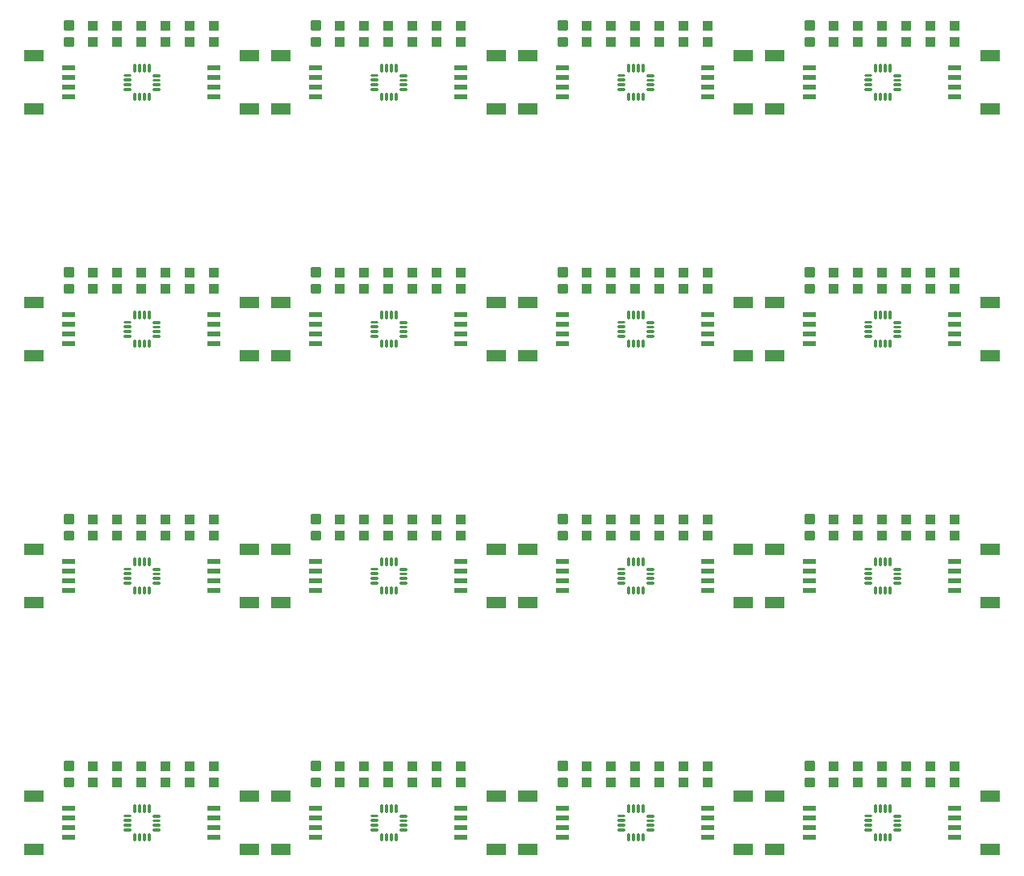
<source format=gtp>
G04 EAGLE Gerber RS-274X export*
G75*
%MOMM*%
%FSLAX34Y34*%
%LPD*%
%INSolderpaste Top*%
%IPPOS*%
%AMOC8*
5,1,8,0,0,1.08239X$1,22.5*%
G01*
%ADD10R,1.000000X1.100000*%
%ADD11C,0.300000*%
%ADD12R,2.000000X1.200000*%
%ADD13R,1.350000X0.600000*%
%ADD14C,0.225000*%


D10*
X177800Y169300D03*
X177800Y186300D03*
X127000Y169300D03*
X127000Y186300D03*
D11*
X54300Y183070D02*
X47300Y183070D01*
X47300Y190070D01*
X54300Y190070D01*
X54300Y183070D01*
X54300Y185920D02*
X47300Y185920D01*
X47300Y188770D02*
X54300Y188770D01*
X54300Y165530D02*
X47300Y165530D01*
X47300Y172530D01*
X54300Y172530D01*
X54300Y165530D01*
X54300Y168380D02*
X47300Y168380D01*
X47300Y171230D02*
X54300Y171230D01*
D12*
X239950Y99000D03*
X239950Y155000D03*
D13*
X203200Y112000D03*
X203200Y122000D03*
X203200Y132000D03*
X203200Y142000D03*
D12*
X14050Y155000D03*
X14050Y99000D03*
D13*
X50800Y142000D03*
X50800Y132000D03*
X50800Y122000D03*
X50800Y112000D03*
D10*
X76200Y169300D03*
X76200Y186300D03*
D14*
X119085Y115145D02*
X119085Y108895D01*
X119085Y115145D02*
X119835Y115145D01*
X119835Y108895D01*
X119085Y108895D01*
X119085Y111032D02*
X119835Y111032D01*
X119835Y113169D02*
X119085Y113169D01*
X124085Y115145D02*
X124085Y108895D01*
X124085Y115145D02*
X124835Y115145D01*
X124835Y108895D01*
X124085Y108895D01*
X124085Y111032D02*
X124835Y111032D01*
X124835Y113169D02*
X124085Y113169D01*
X129085Y115145D02*
X129085Y108895D01*
X129085Y115145D02*
X129835Y115145D01*
X129835Y108895D01*
X129085Y108895D01*
X129085Y111032D02*
X129835Y111032D01*
X129835Y113169D02*
X129085Y113169D01*
X134085Y115145D02*
X134085Y108895D01*
X134085Y115145D02*
X134835Y115145D01*
X134835Y108895D01*
X134085Y108895D01*
X134085Y111032D02*
X134835Y111032D01*
X134835Y113169D02*
X134085Y113169D01*
X138955Y119915D02*
X145205Y119915D01*
X145205Y119165D01*
X138955Y119165D01*
X138955Y119915D01*
X138955Y124915D02*
X145205Y124915D01*
X145205Y124165D01*
X138955Y124165D01*
X138955Y124915D01*
X138955Y129915D02*
X145205Y129915D01*
X145205Y129165D01*
X138955Y129165D01*
X138955Y129915D01*
X138955Y134915D02*
X145205Y134915D01*
X145205Y134165D01*
X138955Y134165D01*
X138955Y134915D01*
X134835Y138935D02*
X134835Y145185D01*
X134835Y138935D02*
X134085Y138935D01*
X134085Y145185D01*
X134835Y145185D01*
X134835Y141072D02*
X134085Y141072D01*
X134085Y143209D02*
X134835Y143209D01*
X129835Y145185D02*
X129835Y138935D01*
X129085Y138935D01*
X129085Y145185D01*
X129835Y145185D01*
X129835Y141072D02*
X129085Y141072D01*
X129085Y143209D02*
X129835Y143209D01*
X124835Y145185D02*
X124835Y138935D01*
X124085Y138935D01*
X124085Y145185D01*
X124835Y145185D01*
X124835Y141072D02*
X124085Y141072D01*
X124085Y143209D02*
X124835Y143209D01*
X119835Y145185D02*
X119835Y138935D01*
X119085Y138935D01*
X119085Y145185D01*
X119835Y145185D01*
X119835Y141072D02*
X119085Y141072D01*
X119085Y143209D02*
X119835Y143209D01*
X115165Y134265D02*
X108915Y134265D01*
X108915Y135015D01*
X115165Y135015D01*
X115165Y134265D01*
X115165Y129265D02*
X108915Y129265D01*
X108915Y130015D01*
X115165Y130015D01*
X115165Y129265D01*
X115165Y124265D02*
X108915Y124265D01*
X108915Y125015D01*
X115165Y125015D01*
X115165Y124265D01*
X115165Y119265D02*
X108915Y119265D01*
X108915Y120015D01*
X115165Y120015D01*
X115165Y119265D01*
D10*
X101600Y186300D03*
X101600Y169300D03*
X152400Y186300D03*
X152400Y169300D03*
X203200Y186300D03*
X203200Y169300D03*
X436880Y169300D03*
X436880Y186300D03*
X386080Y169300D03*
X386080Y186300D03*
D11*
X313380Y183070D02*
X306380Y183070D01*
X306380Y190070D01*
X313380Y190070D01*
X313380Y183070D01*
X313380Y185920D02*
X306380Y185920D01*
X306380Y188770D02*
X313380Y188770D01*
X313380Y165530D02*
X306380Y165530D01*
X306380Y172530D01*
X313380Y172530D01*
X313380Y165530D01*
X313380Y168380D02*
X306380Y168380D01*
X306380Y171230D02*
X313380Y171230D01*
D12*
X499030Y99000D03*
X499030Y155000D03*
D13*
X462280Y112000D03*
X462280Y122000D03*
X462280Y132000D03*
X462280Y142000D03*
D12*
X273130Y155000D03*
X273130Y99000D03*
D13*
X309880Y142000D03*
X309880Y132000D03*
X309880Y122000D03*
X309880Y112000D03*
D10*
X335280Y169300D03*
X335280Y186300D03*
D14*
X378165Y115145D02*
X378165Y108895D01*
X378165Y115145D02*
X378915Y115145D01*
X378915Y108895D01*
X378165Y108895D01*
X378165Y111032D02*
X378915Y111032D01*
X378915Y113169D02*
X378165Y113169D01*
X383165Y115145D02*
X383165Y108895D01*
X383165Y115145D02*
X383915Y115145D01*
X383915Y108895D01*
X383165Y108895D01*
X383165Y111032D02*
X383915Y111032D01*
X383915Y113169D02*
X383165Y113169D01*
X388165Y115145D02*
X388165Y108895D01*
X388165Y115145D02*
X388915Y115145D01*
X388915Y108895D01*
X388165Y108895D01*
X388165Y111032D02*
X388915Y111032D01*
X388915Y113169D02*
X388165Y113169D01*
X393165Y115145D02*
X393165Y108895D01*
X393165Y115145D02*
X393915Y115145D01*
X393915Y108895D01*
X393165Y108895D01*
X393165Y111032D02*
X393915Y111032D01*
X393915Y113169D02*
X393165Y113169D01*
X398035Y119915D02*
X404285Y119915D01*
X404285Y119165D01*
X398035Y119165D01*
X398035Y119915D01*
X398035Y124915D02*
X404285Y124915D01*
X404285Y124165D01*
X398035Y124165D01*
X398035Y124915D01*
X398035Y129915D02*
X404285Y129915D01*
X404285Y129165D01*
X398035Y129165D01*
X398035Y129915D01*
X398035Y134915D02*
X404285Y134915D01*
X404285Y134165D01*
X398035Y134165D01*
X398035Y134915D01*
X393915Y138935D02*
X393915Y145185D01*
X393915Y138935D02*
X393165Y138935D01*
X393165Y145185D01*
X393915Y145185D01*
X393915Y141072D02*
X393165Y141072D01*
X393165Y143209D02*
X393915Y143209D01*
X388915Y145185D02*
X388915Y138935D01*
X388165Y138935D01*
X388165Y145185D01*
X388915Y145185D01*
X388915Y141072D02*
X388165Y141072D01*
X388165Y143209D02*
X388915Y143209D01*
X383915Y145185D02*
X383915Y138935D01*
X383165Y138935D01*
X383165Y145185D01*
X383915Y145185D01*
X383915Y141072D02*
X383165Y141072D01*
X383165Y143209D02*
X383915Y143209D01*
X378915Y145185D02*
X378915Y138935D01*
X378165Y138935D01*
X378165Y145185D01*
X378915Y145185D01*
X378915Y141072D02*
X378165Y141072D01*
X378165Y143209D02*
X378915Y143209D01*
X374245Y134265D02*
X367995Y134265D01*
X367995Y135015D01*
X374245Y135015D01*
X374245Y134265D01*
X374245Y129265D02*
X367995Y129265D01*
X367995Y130015D01*
X374245Y130015D01*
X374245Y129265D01*
X374245Y124265D02*
X367995Y124265D01*
X367995Y125015D01*
X374245Y125015D01*
X374245Y124265D01*
X374245Y119265D02*
X367995Y119265D01*
X367995Y120015D01*
X374245Y120015D01*
X374245Y119265D01*
D10*
X360680Y186300D03*
X360680Y169300D03*
X411480Y186300D03*
X411480Y169300D03*
X462280Y186300D03*
X462280Y169300D03*
X695960Y169300D03*
X695960Y186300D03*
X645160Y169300D03*
X645160Y186300D03*
D11*
X572460Y183070D02*
X565460Y183070D01*
X565460Y190070D01*
X572460Y190070D01*
X572460Y183070D01*
X572460Y185920D02*
X565460Y185920D01*
X565460Y188770D02*
X572460Y188770D01*
X572460Y165530D02*
X565460Y165530D01*
X565460Y172530D01*
X572460Y172530D01*
X572460Y165530D01*
X572460Y168380D02*
X565460Y168380D01*
X565460Y171230D02*
X572460Y171230D01*
D12*
X758110Y99000D03*
X758110Y155000D03*
D13*
X721360Y112000D03*
X721360Y122000D03*
X721360Y132000D03*
X721360Y142000D03*
D12*
X532210Y155000D03*
X532210Y99000D03*
D13*
X568960Y142000D03*
X568960Y132000D03*
X568960Y122000D03*
X568960Y112000D03*
D10*
X594360Y169300D03*
X594360Y186300D03*
D14*
X637245Y115145D02*
X637245Y108895D01*
X637245Y115145D02*
X637995Y115145D01*
X637995Y108895D01*
X637245Y108895D01*
X637245Y111032D02*
X637995Y111032D01*
X637995Y113169D02*
X637245Y113169D01*
X642245Y115145D02*
X642245Y108895D01*
X642245Y115145D02*
X642995Y115145D01*
X642995Y108895D01*
X642245Y108895D01*
X642245Y111032D02*
X642995Y111032D01*
X642995Y113169D02*
X642245Y113169D01*
X647245Y115145D02*
X647245Y108895D01*
X647245Y115145D02*
X647995Y115145D01*
X647995Y108895D01*
X647245Y108895D01*
X647245Y111032D02*
X647995Y111032D01*
X647995Y113169D02*
X647245Y113169D01*
X652245Y115145D02*
X652245Y108895D01*
X652245Y115145D02*
X652995Y115145D01*
X652995Y108895D01*
X652245Y108895D01*
X652245Y111032D02*
X652995Y111032D01*
X652995Y113169D02*
X652245Y113169D01*
X657115Y119915D02*
X663365Y119915D01*
X663365Y119165D01*
X657115Y119165D01*
X657115Y119915D01*
X657115Y124915D02*
X663365Y124915D01*
X663365Y124165D01*
X657115Y124165D01*
X657115Y124915D01*
X657115Y129915D02*
X663365Y129915D01*
X663365Y129165D01*
X657115Y129165D01*
X657115Y129915D01*
X657115Y134915D02*
X663365Y134915D01*
X663365Y134165D01*
X657115Y134165D01*
X657115Y134915D01*
X652995Y138935D02*
X652995Y145185D01*
X652995Y138935D02*
X652245Y138935D01*
X652245Y145185D01*
X652995Y145185D01*
X652995Y141072D02*
X652245Y141072D01*
X652245Y143209D02*
X652995Y143209D01*
X647995Y145185D02*
X647995Y138935D01*
X647245Y138935D01*
X647245Y145185D01*
X647995Y145185D01*
X647995Y141072D02*
X647245Y141072D01*
X647245Y143209D02*
X647995Y143209D01*
X642995Y145185D02*
X642995Y138935D01*
X642245Y138935D01*
X642245Y145185D01*
X642995Y145185D01*
X642995Y141072D02*
X642245Y141072D01*
X642245Y143209D02*
X642995Y143209D01*
X637995Y145185D02*
X637995Y138935D01*
X637245Y138935D01*
X637245Y145185D01*
X637995Y145185D01*
X637995Y141072D02*
X637245Y141072D01*
X637245Y143209D02*
X637995Y143209D01*
X633325Y134265D02*
X627075Y134265D01*
X627075Y135015D01*
X633325Y135015D01*
X633325Y134265D01*
X633325Y129265D02*
X627075Y129265D01*
X627075Y130015D01*
X633325Y130015D01*
X633325Y129265D01*
X633325Y124265D02*
X627075Y124265D01*
X627075Y125015D01*
X633325Y125015D01*
X633325Y124265D01*
X633325Y119265D02*
X627075Y119265D01*
X627075Y120015D01*
X633325Y120015D01*
X633325Y119265D01*
D10*
X619760Y186300D03*
X619760Y169300D03*
X670560Y186300D03*
X670560Y169300D03*
X721360Y186300D03*
X721360Y169300D03*
X955040Y169300D03*
X955040Y186300D03*
X904240Y169300D03*
X904240Y186300D03*
D11*
X831540Y183070D02*
X824540Y183070D01*
X824540Y190070D01*
X831540Y190070D01*
X831540Y183070D01*
X831540Y185920D02*
X824540Y185920D01*
X824540Y188770D02*
X831540Y188770D01*
X831540Y165530D02*
X824540Y165530D01*
X824540Y172530D01*
X831540Y172530D01*
X831540Y165530D01*
X831540Y168380D02*
X824540Y168380D01*
X824540Y171230D02*
X831540Y171230D01*
D12*
X1017190Y99000D03*
X1017190Y155000D03*
D13*
X980440Y112000D03*
X980440Y122000D03*
X980440Y132000D03*
X980440Y142000D03*
D12*
X791290Y155000D03*
X791290Y99000D03*
D13*
X828040Y142000D03*
X828040Y132000D03*
X828040Y122000D03*
X828040Y112000D03*
D10*
X853440Y169300D03*
X853440Y186300D03*
D14*
X896325Y115145D02*
X896325Y108895D01*
X896325Y115145D02*
X897075Y115145D01*
X897075Y108895D01*
X896325Y108895D01*
X896325Y111032D02*
X897075Y111032D01*
X897075Y113169D02*
X896325Y113169D01*
X901325Y115145D02*
X901325Y108895D01*
X901325Y115145D02*
X902075Y115145D01*
X902075Y108895D01*
X901325Y108895D01*
X901325Y111032D02*
X902075Y111032D01*
X902075Y113169D02*
X901325Y113169D01*
X906325Y115145D02*
X906325Y108895D01*
X906325Y115145D02*
X907075Y115145D01*
X907075Y108895D01*
X906325Y108895D01*
X906325Y111032D02*
X907075Y111032D01*
X907075Y113169D02*
X906325Y113169D01*
X911325Y115145D02*
X911325Y108895D01*
X911325Y115145D02*
X912075Y115145D01*
X912075Y108895D01*
X911325Y108895D01*
X911325Y111032D02*
X912075Y111032D01*
X912075Y113169D02*
X911325Y113169D01*
X916195Y119915D02*
X922445Y119915D01*
X922445Y119165D01*
X916195Y119165D01*
X916195Y119915D01*
X916195Y124915D02*
X922445Y124915D01*
X922445Y124165D01*
X916195Y124165D01*
X916195Y124915D01*
X916195Y129915D02*
X922445Y129915D01*
X922445Y129165D01*
X916195Y129165D01*
X916195Y129915D01*
X916195Y134915D02*
X922445Y134915D01*
X922445Y134165D01*
X916195Y134165D01*
X916195Y134915D01*
X912075Y138935D02*
X912075Y145185D01*
X912075Y138935D02*
X911325Y138935D01*
X911325Y145185D01*
X912075Y145185D01*
X912075Y141072D02*
X911325Y141072D01*
X911325Y143209D02*
X912075Y143209D01*
X907075Y145185D02*
X907075Y138935D01*
X906325Y138935D01*
X906325Y145185D01*
X907075Y145185D01*
X907075Y141072D02*
X906325Y141072D01*
X906325Y143209D02*
X907075Y143209D01*
X902075Y145185D02*
X902075Y138935D01*
X901325Y138935D01*
X901325Y145185D01*
X902075Y145185D01*
X902075Y141072D02*
X901325Y141072D01*
X901325Y143209D02*
X902075Y143209D01*
X897075Y145185D02*
X897075Y138935D01*
X896325Y138935D01*
X896325Y145185D01*
X897075Y145185D01*
X897075Y141072D02*
X896325Y141072D01*
X896325Y143209D02*
X897075Y143209D01*
X892405Y134265D02*
X886155Y134265D01*
X886155Y135015D01*
X892405Y135015D01*
X892405Y134265D01*
X892405Y129265D02*
X886155Y129265D01*
X886155Y130015D01*
X892405Y130015D01*
X892405Y129265D01*
X892405Y124265D02*
X886155Y124265D01*
X886155Y125015D01*
X892405Y125015D01*
X892405Y124265D01*
X892405Y119265D02*
X886155Y119265D01*
X886155Y120015D01*
X892405Y120015D01*
X892405Y119265D01*
D10*
X878840Y186300D03*
X878840Y169300D03*
X929640Y186300D03*
X929640Y169300D03*
X980440Y186300D03*
X980440Y169300D03*
X177800Y428380D03*
X177800Y445380D03*
X127000Y428380D03*
X127000Y445380D03*
D11*
X54300Y442150D02*
X47300Y442150D01*
X47300Y449150D01*
X54300Y449150D01*
X54300Y442150D01*
X54300Y445000D02*
X47300Y445000D01*
X47300Y447850D02*
X54300Y447850D01*
X54300Y424610D02*
X47300Y424610D01*
X47300Y431610D01*
X54300Y431610D01*
X54300Y424610D01*
X54300Y427460D02*
X47300Y427460D01*
X47300Y430310D02*
X54300Y430310D01*
D12*
X239950Y358080D03*
X239950Y414080D03*
D13*
X203200Y371080D03*
X203200Y381080D03*
X203200Y391080D03*
X203200Y401080D03*
D12*
X14050Y414080D03*
X14050Y358080D03*
D13*
X50800Y401080D03*
X50800Y391080D03*
X50800Y381080D03*
X50800Y371080D03*
D10*
X76200Y428380D03*
X76200Y445380D03*
D14*
X119085Y374225D02*
X119085Y367975D01*
X119085Y374225D02*
X119835Y374225D01*
X119835Y367975D01*
X119085Y367975D01*
X119085Y370112D02*
X119835Y370112D01*
X119835Y372249D02*
X119085Y372249D01*
X124085Y374225D02*
X124085Y367975D01*
X124085Y374225D02*
X124835Y374225D01*
X124835Y367975D01*
X124085Y367975D01*
X124085Y370112D02*
X124835Y370112D01*
X124835Y372249D02*
X124085Y372249D01*
X129085Y374225D02*
X129085Y367975D01*
X129085Y374225D02*
X129835Y374225D01*
X129835Y367975D01*
X129085Y367975D01*
X129085Y370112D02*
X129835Y370112D01*
X129835Y372249D02*
X129085Y372249D01*
X134085Y374225D02*
X134085Y367975D01*
X134085Y374225D02*
X134835Y374225D01*
X134835Y367975D01*
X134085Y367975D01*
X134085Y370112D02*
X134835Y370112D01*
X134835Y372249D02*
X134085Y372249D01*
X138955Y378995D02*
X145205Y378995D01*
X145205Y378245D01*
X138955Y378245D01*
X138955Y378995D01*
X138955Y383995D02*
X145205Y383995D01*
X145205Y383245D01*
X138955Y383245D01*
X138955Y383995D01*
X138955Y388995D02*
X145205Y388995D01*
X145205Y388245D01*
X138955Y388245D01*
X138955Y388995D01*
X138955Y393995D02*
X145205Y393995D01*
X145205Y393245D01*
X138955Y393245D01*
X138955Y393995D01*
X134835Y398015D02*
X134835Y404265D01*
X134835Y398015D02*
X134085Y398015D01*
X134085Y404265D01*
X134835Y404265D01*
X134835Y400152D02*
X134085Y400152D01*
X134085Y402289D02*
X134835Y402289D01*
X129835Y404265D02*
X129835Y398015D01*
X129085Y398015D01*
X129085Y404265D01*
X129835Y404265D01*
X129835Y400152D02*
X129085Y400152D01*
X129085Y402289D02*
X129835Y402289D01*
X124835Y404265D02*
X124835Y398015D01*
X124085Y398015D01*
X124085Y404265D01*
X124835Y404265D01*
X124835Y400152D02*
X124085Y400152D01*
X124085Y402289D02*
X124835Y402289D01*
X119835Y404265D02*
X119835Y398015D01*
X119085Y398015D01*
X119085Y404265D01*
X119835Y404265D01*
X119835Y400152D02*
X119085Y400152D01*
X119085Y402289D02*
X119835Y402289D01*
X115165Y393345D02*
X108915Y393345D01*
X108915Y394095D01*
X115165Y394095D01*
X115165Y393345D01*
X115165Y388345D02*
X108915Y388345D01*
X108915Y389095D01*
X115165Y389095D01*
X115165Y388345D01*
X115165Y383345D02*
X108915Y383345D01*
X108915Y384095D01*
X115165Y384095D01*
X115165Y383345D01*
X115165Y378345D02*
X108915Y378345D01*
X108915Y379095D01*
X115165Y379095D01*
X115165Y378345D01*
D10*
X101600Y445380D03*
X101600Y428380D03*
X152400Y445380D03*
X152400Y428380D03*
X203200Y445380D03*
X203200Y428380D03*
X436880Y428380D03*
X436880Y445380D03*
X386080Y428380D03*
X386080Y445380D03*
D11*
X313380Y442150D02*
X306380Y442150D01*
X306380Y449150D01*
X313380Y449150D01*
X313380Y442150D01*
X313380Y445000D02*
X306380Y445000D01*
X306380Y447850D02*
X313380Y447850D01*
X313380Y424610D02*
X306380Y424610D01*
X306380Y431610D01*
X313380Y431610D01*
X313380Y424610D01*
X313380Y427460D02*
X306380Y427460D01*
X306380Y430310D02*
X313380Y430310D01*
D12*
X499030Y358080D03*
X499030Y414080D03*
D13*
X462280Y371080D03*
X462280Y381080D03*
X462280Y391080D03*
X462280Y401080D03*
D12*
X273130Y414080D03*
X273130Y358080D03*
D13*
X309880Y401080D03*
X309880Y391080D03*
X309880Y381080D03*
X309880Y371080D03*
D10*
X335280Y428380D03*
X335280Y445380D03*
D14*
X378165Y374225D02*
X378165Y367975D01*
X378165Y374225D02*
X378915Y374225D01*
X378915Y367975D01*
X378165Y367975D01*
X378165Y370112D02*
X378915Y370112D01*
X378915Y372249D02*
X378165Y372249D01*
X383165Y374225D02*
X383165Y367975D01*
X383165Y374225D02*
X383915Y374225D01*
X383915Y367975D01*
X383165Y367975D01*
X383165Y370112D02*
X383915Y370112D01*
X383915Y372249D02*
X383165Y372249D01*
X388165Y374225D02*
X388165Y367975D01*
X388165Y374225D02*
X388915Y374225D01*
X388915Y367975D01*
X388165Y367975D01*
X388165Y370112D02*
X388915Y370112D01*
X388915Y372249D02*
X388165Y372249D01*
X393165Y374225D02*
X393165Y367975D01*
X393165Y374225D02*
X393915Y374225D01*
X393915Y367975D01*
X393165Y367975D01*
X393165Y370112D02*
X393915Y370112D01*
X393915Y372249D02*
X393165Y372249D01*
X398035Y378995D02*
X404285Y378995D01*
X404285Y378245D01*
X398035Y378245D01*
X398035Y378995D01*
X398035Y383995D02*
X404285Y383995D01*
X404285Y383245D01*
X398035Y383245D01*
X398035Y383995D01*
X398035Y388995D02*
X404285Y388995D01*
X404285Y388245D01*
X398035Y388245D01*
X398035Y388995D01*
X398035Y393995D02*
X404285Y393995D01*
X404285Y393245D01*
X398035Y393245D01*
X398035Y393995D01*
X393915Y398015D02*
X393915Y404265D01*
X393915Y398015D02*
X393165Y398015D01*
X393165Y404265D01*
X393915Y404265D01*
X393915Y400152D02*
X393165Y400152D01*
X393165Y402289D02*
X393915Y402289D01*
X388915Y404265D02*
X388915Y398015D01*
X388165Y398015D01*
X388165Y404265D01*
X388915Y404265D01*
X388915Y400152D02*
X388165Y400152D01*
X388165Y402289D02*
X388915Y402289D01*
X383915Y404265D02*
X383915Y398015D01*
X383165Y398015D01*
X383165Y404265D01*
X383915Y404265D01*
X383915Y400152D02*
X383165Y400152D01*
X383165Y402289D02*
X383915Y402289D01*
X378915Y404265D02*
X378915Y398015D01*
X378165Y398015D01*
X378165Y404265D01*
X378915Y404265D01*
X378915Y400152D02*
X378165Y400152D01*
X378165Y402289D02*
X378915Y402289D01*
X374245Y393345D02*
X367995Y393345D01*
X367995Y394095D01*
X374245Y394095D01*
X374245Y393345D01*
X374245Y388345D02*
X367995Y388345D01*
X367995Y389095D01*
X374245Y389095D01*
X374245Y388345D01*
X374245Y383345D02*
X367995Y383345D01*
X367995Y384095D01*
X374245Y384095D01*
X374245Y383345D01*
X374245Y378345D02*
X367995Y378345D01*
X367995Y379095D01*
X374245Y379095D01*
X374245Y378345D01*
D10*
X360680Y445380D03*
X360680Y428380D03*
X411480Y445380D03*
X411480Y428380D03*
X462280Y445380D03*
X462280Y428380D03*
X695960Y428380D03*
X695960Y445380D03*
X645160Y428380D03*
X645160Y445380D03*
D11*
X572460Y442150D02*
X565460Y442150D01*
X565460Y449150D01*
X572460Y449150D01*
X572460Y442150D01*
X572460Y445000D02*
X565460Y445000D01*
X565460Y447850D02*
X572460Y447850D01*
X572460Y424610D02*
X565460Y424610D01*
X565460Y431610D01*
X572460Y431610D01*
X572460Y424610D01*
X572460Y427460D02*
X565460Y427460D01*
X565460Y430310D02*
X572460Y430310D01*
D12*
X758110Y358080D03*
X758110Y414080D03*
D13*
X721360Y371080D03*
X721360Y381080D03*
X721360Y391080D03*
X721360Y401080D03*
D12*
X532210Y414080D03*
X532210Y358080D03*
D13*
X568960Y401080D03*
X568960Y391080D03*
X568960Y381080D03*
X568960Y371080D03*
D10*
X594360Y428380D03*
X594360Y445380D03*
D14*
X637245Y374225D02*
X637245Y367975D01*
X637245Y374225D02*
X637995Y374225D01*
X637995Y367975D01*
X637245Y367975D01*
X637245Y370112D02*
X637995Y370112D01*
X637995Y372249D02*
X637245Y372249D01*
X642245Y374225D02*
X642245Y367975D01*
X642245Y374225D02*
X642995Y374225D01*
X642995Y367975D01*
X642245Y367975D01*
X642245Y370112D02*
X642995Y370112D01*
X642995Y372249D02*
X642245Y372249D01*
X647245Y374225D02*
X647245Y367975D01*
X647245Y374225D02*
X647995Y374225D01*
X647995Y367975D01*
X647245Y367975D01*
X647245Y370112D02*
X647995Y370112D01*
X647995Y372249D02*
X647245Y372249D01*
X652245Y374225D02*
X652245Y367975D01*
X652245Y374225D02*
X652995Y374225D01*
X652995Y367975D01*
X652245Y367975D01*
X652245Y370112D02*
X652995Y370112D01*
X652995Y372249D02*
X652245Y372249D01*
X657115Y378995D02*
X663365Y378995D01*
X663365Y378245D01*
X657115Y378245D01*
X657115Y378995D01*
X657115Y383995D02*
X663365Y383995D01*
X663365Y383245D01*
X657115Y383245D01*
X657115Y383995D01*
X657115Y388995D02*
X663365Y388995D01*
X663365Y388245D01*
X657115Y388245D01*
X657115Y388995D01*
X657115Y393995D02*
X663365Y393995D01*
X663365Y393245D01*
X657115Y393245D01*
X657115Y393995D01*
X652995Y398015D02*
X652995Y404265D01*
X652995Y398015D02*
X652245Y398015D01*
X652245Y404265D01*
X652995Y404265D01*
X652995Y400152D02*
X652245Y400152D01*
X652245Y402289D02*
X652995Y402289D01*
X647995Y404265D02*
X647995Y398015D01*
X647245Y398015D01*
X647245Y404265D01*
X647995Y404265D01*
X647995Y400152D02*
X647245Y400152D01*
X647245Y402289D02*
X647995Y402289D01*
X642995Y404265D02*
X642995Y398015D01*
X642245Y398015D01*
X642245Y404265D01*
X642995Y404265D01*
X642995Y400152D02*
X642245Y400152D01*
X642245Y402289D02*
X642995Y402289D01*
X637995Y404265D02*
X637995Y398015D01*
X637245Y398015D01*
X637245Y404265D01*
X637995Y404265D01*
X637995Y400152D02*
X637245Y400152D01*
X637245Y402289D02*
X637995Y402289D01*
X633325Y393345D02*
X627075Y393345D01*
X627075Y394095D01*
X633325Y394095D01*
X633325Y393345D01*
X633325Y388345D02*
X627075Y388345D01*
X627075Y389095D01*
X633325Y389095D01*
X633325Y388345D01*
X633325Y383345D02*
X627075Y383345D01*
X627075Y384095D01*
X633325Y384095D01*
X633325Y383345D01*
X633325Y378345D02*
X627075Y378345D01*
X627075Y379095D01*
X633325Y379095D01*
X633325Y378345D01*
D10*
X619760Y445380D03*
X619760Y428380D03*
X670560Y445380D03*
X670560Y428380D03*
X721360Y445380D03*
X721360Y428380D03*
X955040Y428380D03*
X955040Y445380D03*
X904240Y428380D03*
X904240Y445380D03*
D11*
X831540Y442150D02*
X824540Y442150D01*
X824540Y449150D01*
X831540Y449150D01*
X831540Y442150D01*
X831540Y445000D02*
X824540Y445000D01*
X824540Y447850D02*
X831540Y447850D01*
X831540Y424610D02*
X824540Y424610D01*
X824540Y431610D01*
X831540Y431610D01*
X831540Y424610D01*
X831540Y427460D02*
X824540Y427460D01*
X824540Y430310D02*
X831540Y430310D01*
D12*
X1017190Y358080D03*
X1017190Y414080D03*
D13*
X980440Y371080D03*
X980440Y381080D03*
X980440Y391080D03*
X980440Y401080D03*
D12*
X791290Y414080D03*
X791290Y358080D03*
D13*
X828040Y401080D03*
X828040Y391080D03*
X828040Y381080D03*
X828040Y371080D03*
D10*
X853440Y428380D03*
X853440Y445380D03*
D14*
X896325Y374225D02*
X896325Y367975D01*
X896325Y374225D02*
X897075Y374225D01*
X897075Y367975D01*
X896325Y367975D01*
X896325Y370112D02*
X897075Y370112D01*
X897075Y372249D02*
X896325Y372249D01*
X901325Y374225D02*
X901325Y367975D01*
X901325Y374225D02*
X902075Y374225D01*
X902075Y367975D01*
X901325Y367975D01*
X901325Y370112D02*
X902075Y370112D01*
X902075Y372249D02*
X901325Y372249D01*
X906325Y374225D02*
X906325Y367975D01*
X906325Y374225D02*
X907075Y374225D01*
X907075Y367975D01*
X906325Y367975D01*
X906325Y370112D02*
X907075Y370112D01*
X907075Y372249D02*
X906325Y372249D01*
X911325Y374225D02*
X911325Y367975D01*
X911325Y374225D02*
X912075Y374225D01*
X912075Y367975D01*
X911325Y367975D01*
X911325Y370112D02*
X912075Y370112D01*
X912075Y372249D02*
X911325Y372249D01*
X916195Y378995D02*
X922445Y378995D01*
X922445Y378245D01*
X916195Y378245D01*
X916195Y378995D01*
X916195Y383995D02*
X922445Y383995D01*
X922445Y383245D01*
X916195Y383245D01*
X916195Y383995D01*
X916195Y388995D02*
X922445Y388995D01*
X922445Y388245D01*
X916195Y388245D01*
X916195Y388995D01*
X916195Y393995D02*
X922445Y393995D01*
X922445Y393245D01*
X916195Y393245D01*
X916195Y393995D01*
X912075Y398015D02*
X912075Y404265D01*
X912075Y398015D02*
X911325Y398015D01*
X911325Y404265D01*
X912075Y404265D01*
X912075Y400152D02*
X911325Y400152D01*
X911325Y402289D02*
X912075Y402289D01*
X907075Y404265D02*
X907075Y398015D01*
X906325Y398015D01*
X906325Y404265D01*
X907075Y404265D01*
X907075Y400152D02*
X906325Y400152D01*
X906325Y402289D02*
X907075Y402289D01*
X902075Y404265D02*
X902075Y398015D01*
X901325Y398015D01*
X901325Y404265D01*
X902075Y404265D01*
X902075Y400152D02*
X901325Y400152D01*
X901325Y402289D02*
X902075Y402289D01*
X897075Y404265D02*
X897075Y398015D01*
X896325Y398015D01*
X896325Y404265D01*
X897075Y404265D01*
X897075Y400152D02*
X896325Y400152D01*
X896325Y402289D02*
X897075Y402289D01*
X892405Y393345D02*
X886155Y393345D01*
X886155Y394095D01*
X892405Y394095D01*
X892405Y393345D01*
X892405Y388345D02*
X886155Y388345D01*
X886155Y389095D01*
X892405Y389095D01*
X892405Y388345D01*
X892405Y383345D02*
X886155Y383345D01*
X886155Y384095D01*
X892405Y384095D01*
X892405Y383345D01*
X892405Y378345D02*
X886155Y378345D01*
X886155Y379095D01*
X892405Y379095D01*
X892405Y378345D01*
D10*
X878840Y445380D03*
X878840Y428380D03*
X929640Y445380D03*
X929640Y428380D03*
X980440Y445380D03*
X980440Y428380D03*
X177800Y687460D03*
X177800Y704460D03*
X127000Y687460D03*
X127000Y704460D03*
D11*
X54300Y701230D02*
X47300Y701230D01*
X47300Y708230D01*
X54300Y708230D01*
X54300Y701230D01*
X54300Y704080D02*
X47300Y704080D01*
X47300Y706930D02*
X54300Y706930D01*
X54300Y683690D02*
X47300Y683690D01*
X47300Y690690D01*
X54300Y690690D01*
X54300Y683690D01*
X54300Y686540D02*
X47300Y686540D01*
X47300Y689390D02*
X54300Y689390D01*
D12*
X239950Y617160D03*
X239950Y673160D03*
D13*
X203200Y630160D03*
X203200Y640160D03*
X203200Y650160D03*
X203200Y660160D03*
D12*
X14050Y673160D03*
X14050Y617160D03*
D13*
X50800Y660160D03*
X50800Y650160D03*
X50800Y640160D03*
X50800Y630160D03*
D10*
X76200Y687460D03*
X76200Y704460D03*
D14*
X119085Y633305D02*
X119085Y627055D01*
X119085Y633305D02*
X119835Y633305D01*
X119835Y627055D01*
X119085Y627055D01*
X119085Y629192D02*
X119835Y629192D01*
X119835Y631329D02*
X119085Y631329D01*
X124085Y633305D02*
X124085Y627055D01*
X124085Y633305D02*
X124835Y633305D01*
X124835Y627055D01*
X124085Y627055D01*
X124085Y629192D02*
X124835Y629192D01*
X124835Y631329D02*
X124085Y631329D01*
X129085Y633305D02*
X129085Y627055D01*
X129085Y633305D02*
X129835Y633305D01*
X129835Y627055D01*
X129085Y627055D01*
X129085Y629192D02*
X129835Y629192D01*
X129835Y631329D02*
X129085Y631329D01*
X134085Y633305D02*
X134085Y627055D01*
X134085Y633305D02*
X134835Y633305D01*
X134835Y627055D01*
X134085Y627055D01*
X134085Y629192D02*
X134835Y629192D01*
X134835Y631329D02*
X134085Y631329D01*
X138955Y638075D02*
X145205Y638075D01*
X145205Y637325D01*
X138955Y637325D01*
X138955Y638075D01*
X138955Y643075D02*
X145205Y643075D01*
X145205Y642325D01*
X138955Y642325D01*
X138955Y643075D01*
X138955Y648075D02*
X145205Y648075D01*
X145205Y647325D01*
X138955Y647325D01*
X138955Y648075D01*
X138955Y653075D02*
X145205Y653075D01*
X145205Y652325D01*
X138955Y652325D01*
X138955Y653075D01*
X134835Y657095D02*
X134835Y663345D01*
X134835Y657095D02*
X134085Y657095D01*
X134085Y663345D01*
X134835Y663345D01*
X134835Y659232D02*
X134085Y659232D01*
X134085Y661369D02*
X134835Y661369D01*
X129835Y663345D02*
X129835Y657095D01*
X129085Y657095D01*
X129085Y663345D01*
X129835Y663345D01*
X129835Y659232D02*
X129085Y659232D01*
X129085Y661369D02*
X129835Y661369D01*
X124835Y663345D02*
X124835Y657095D01*
X124085Y657095D01*
X124085Y663345D01*
X124835Y663345D01*
X124835Y659232D02*
X124085Y659232D01*
X124085Y661369D02*
X124835Y661369D01*
X119835Y663345D02*
X119835Y657095D01*
X119085Y657095D01*
X119085Y663345D01*
X119835Y663345D01*
X119835Y659232D02*
X119085Y659232D01*
X119085Y661369D02*
X119835Y661369D01*
X115165Y652425D02*
X108915Y652425D01*
X108915Y653175D01*
X115165Y653175D01*
X115165Y652425D01*
X115165Y647425D02*
X108915Y647425D01*
X108915Y648175D01*
X115165Y648175D01*
X115165Y647425D01*
X115165Y642425D02*
X108915Y642425D01*
X108915Y643175D01*
X115165Y643175D01*
X115165Y642425D01*
X115165Y637425D02*
X108915Y637425D01*
X108915Y638175D01*
X115165Y638175D01*
X115165Y637425D01*
D10*
X101600Y704460D03*
X101600Y687460D03*
X152400Y704460D03*
X152400Y687460D03*
X203200Y704460D03*
X203200Y687460D03*
X436880Y687460D03*
X436880Y704460D03*
X386080Y687460D03*
X386080Y704460D03*
D11*
X313380Y701230D02*
X306380Y701230D01*
X306380Y708230D01*
X313380Y708230D01*
X313380Y701230D01*
X313380Y704080D02*
X306380Y704080D01*
X306380Y706930D02*
X313380Y706930D01*
X313380Y683690D02*
X306380Y683690D01*
X306380Y690690D01*
X313380Y690690D01*
X313380Y683690D01*
X313380Y686540D02*
X306380Y686540D01*
X306380Y689390D02*
X313380Y689390D01*
D12*
X499030Y617160D03*
X499030Y673160D03*
D13*
X462280Y630160D03*
X462280Y640160D03*
X462280Y650160D03*
X462280Y660160D03*
D12*
X273130Y673160D03*
X273130Y617160D03*
D13*
X309880Y660160D03*
X309880Y650160D03*
X309880Y640160D03*
X309880Y630160D03*
D10*
X335280Y687460D03*
X335280Y704460D03*
D14*
X378165Y633305D02*
X378165Y627055D01*
X378165Y633305D02*
X378915Y633305D01*
X378915Y627055D01*
X378165Y627055D01*
X378165Y629192D02*
X378915Y629192D01*
X378915Y631329D02*
X378165Y631329D01*
X383165Y633305D02*
X383165Y627055D01*
X383165Y633305D02*
X383915Y633305D01*
X383915Y627055D01*
X383165Y627055D01*
X383165Y629192D02*
X383915Y629192D01*
X383915Y631329D02*
X383165Y631329D01*
X388165Y633305D02*
X388165Y627055D01*
X388165Y633305D02*
X388915Y633305D01*
X388915Y627055D01*
X388165Y627055D01*
X388165Y629192D02*
X388915Y629192D01*
X388915Y631329D02*
X388165Y631329D01*
X393165Y633305D02*
X393165Y627055D01*
X393165Y633305D02*
X393915Y633305D01*
X393915Y627055D01*
X393165Y627055D01*
X393165Y629192D02*
X393915Y629192D01*
X393915Y631329D02*
X393165Y631329D01*
X398035Y638075D02*
X404285Y638075D01*
X404285Y637325D01*
X398035Y637325D01*
X398035Y638075D01*
X398035Y643075D02*
X404285Y643075D01*
X404285Y642325D01*
X398035Y642325D01*
X398035Y643075D01*
X398035Y648075D02*
X404285Y648075D01*
X404285Y647325D01*
X398035Y647325D01*
X398035Y648075D01*
X398035Y653075D02*
X404285Y653075D01*
X404285Y652325D01*
X398035Y652325D01*
X398035Y653075D01*
X393915Y657095D02*
X393915Y663345D01*
X393915Y657095D02*
X393165Y657095D01*
X393165Y663345D01*
X393915Y663345D01*
X393915Y659232D02*
X393165Y659232D01*
X393165Y661369D02*
X393915Y661369D01*
X388915Y663345D02*
X388915Y657095D01*
X388165Y657095D01*
X388165Y663345D01*
X388915Y663345D01*
X388915Y659232D02*
X388165Y659232D01*
X388165Y661369D02*
X388915Y661369D01*
X383915Y663345D02*
X383915Y657095D01*
X383165Y657095D01*
X383165Y663345D01*
X383915Y663345D01*
X383915Y659232D02*
X383165Y659232D01*
X383165Y661369D02*
X383915Y661369D01*
X378915Y663345D02*
X378915Y657095D01*
X378165Y657095D01*
X378165Y663345D01*
X378915Y663345D01*
X378915Y659232D02*
X378165Y659232D01*
X378165Y661369D02*
X378915Y661369D01*
X374245Y652425D02*
X367995Y652425D01*
X367995Y653175D01*
X374245Y653175D01*
X374245Y652425D01*
X374245Y647425D02*
X367995Y647425D01*
X367995Y648175D01*
X374245Y648175D01*
X374245Y647425D01*
X374245Y642425D02*
X367995Y642425D01*
X367995Y643175D01*
X374245Y643175D01*
X374245Y642425D01*
X374245Y637425D02*
X367995Y637425D01*
X367995Y638175D01*
X374245Y638175D01*
X374245Y637425D01*
D10*
X360680Y704460D03*
X360680Y687460D03*
X411480Y704460D03*
X411480Y687460D03*
X462280Y704460D03*
X462280Y687460D03*
X695960Y687460D03*
X695960Y704460D03*
X645160Y687460D03*
X645160Y704460D03*
D11*
X572460Y701230D02*
X565460Y701230D01*
X565460Y708230D01*
X572460Y708230D01*
X572460Y701230D01*
X572460Y704080D02*
X565460Y704080D01*
X565460Y706930D02*
X572460Y706930D01*
X572460Y683690D02*
X565460Y683690D01*
X565460Y690690D01*
X572460Y690690D01*
X572460Y683690D01*
X572460Y686540D02*
X565460Y686540D01*
X565460Y689390D02*
X572460Y689390D01*
D12*
X758110Y617160D03*
X758110Y673160D03*
D13*
X721360Y630160D03*
X721360Y640160D03*
X721360Y650160D03*
X721360Y660160D03*
D12*
X532210Y673160D03*
X532210Y617160D03*
D13*
X568960Y660160D03*
X568960Y650160D03*
X568960Y640160D03*
X568960Y630160D03*
D10*
X594360Y687460D03*
X594360Y704460D03*
D14*
X637245Y633305D02*
X637245Y627055D01*
X637245Y633305D02*
X637995Y633305D01*
X637995Y627055D01*
X637245Y627055D01*
X637245Y629192D02*
X637995Y629192D01*
X637995Y631329D02*
X637245Y631329D01*
X642245Y633305D02*
X642245Y627055D01*
X642245Y633305D02*
X642995Y633305D01*
X642995Y627055D01*
X642245Y627055D01*
X642245Y629192D02*
X642995Y629192D01*
X642995Y631329D02*
X642245Y631329D01*
X647245Y633305D02*
X647245Y627055D01*
X647245Y633305D02*
X647995Y633305D01*
X647995Y627055D01*
X647245Y627055D01*
X647245Y629192D02*
X647995Y629192D01*
X647995Y631329D02*
X647245Y631329D01*
X652245Y633305D02*
X652245Y627055D01*
X652245Y633305D02*
X652995Y633305D01*
X652995Y627055D01*
X652245Y627055D01*
X652245Y629192D02*
X652995Y629192D01*
X652995Y631329D02*
X652245Y631329D01*
X657115Y638075D02*
X663365Y638075D01*
X663365Y637325D01*
X657115Y637325D01*
X657115Y638075D01*
X657115Y643075D02*
X663365Y643075D01*
X663365Y642325D01*
X657115Y642325D01*
X657115Y643075D01*
X657115Y648075D02*
X663365Y648075D01*
X663365Y647325D01*
X657115Y647325D01*
X657115Y648075D01*
X657115Y653075D02*
X663365Y653075D01*
X663365Y652325D01*
X657115Y652325D01*
X657115Y653075D01*
X652995Y657095D02*
X652995Y663345D01*
X652995Y657095D02*
X652245Y657095D01*
X652245Y663345D01*
X652995Y663345D01*
X652995Y659232D02*
X652245Y659232D01*
X652245Y661369D02*
X652995Y661369D01*
X647995Y663345D02*
X647995Y657095D01*
X647245Y657095D01*
X647245Y663345D01*
X647995Y663345D01*
X647995Y659232D02*
X647245Y659232D01*
X647245Y661369D02*
X647995Y661369D01*
X642995Y663345D02*
X642995Y657095D01*
X642245Y657095D01*
X642245Y663345D01*
X642995Y663345D01*
X642995Y659232D02*
X642245Y659232D01*
X642245Y661369D02*
X642995Y661369D01*
X637995Y663345D02*
X637995Y657095D01*
X637245Y657095D01*
X637245Y663345D01*
X637995Y663345D01*
X637995Y659232D02*
X637245Y659232D01*
X637245Y661369D02*
X637995Y661369D01*
X633325Y652425D02*
X627075Y652425D01*
X627075Y653175D01*
X633325Y653175D01*
X633325Y652425D01*
X633325Y647425D02*
X627075Y647425D01*
X627075Y648175D01*
X633325Y648175D01*
X633325Y647425D01*
X633325Y642425D02*
X627075Y642425D01*
X627075Y643175D01*
X633325Y643175D01*
X633325Y642425D01*
X633325Y637425D02*
X627075Y637425D01*
X627075Y638175D01*
X633325Y638175D01*
X633325Y637425D01*
D10*
X619760Y704460D03*
X619760Y687460D03*
X670560Y704460D03*
X670560Y687460D03*
X721360Y704460D03*
X721360Y687460D03*
X955040Y687460D03*
X955040Y704460D03*
X904240Y687460D03*
X904240Y704460D03*
D11*
X831540Y701230D02*
X824540Y701230D01*
X824540Y708230D01*
X831540Y708230D01*
X831540Y701230D01*
X831540Y704080D02*
X824540Y704080D01*
X824540Y706930D02*
X831540Y706930D01*
X831540Y683690D02*
X824540Y683690D01*
X824540Y690690D01*
X831540Y690690D01*
X831540Y683690D01*
X831540Y686540D02*
X824540Y686540D01*
X824540Y689390D02*
X831540Y689390D01*
D12*
X1017190Y617160D03*
X1017190Y673160D03*
D13*
X980440Y630160D03*
X980440Y640160D03*
X980440Y650160D03*
X980440Y660160D03*
D12*
X791290Y673160D03*
X791290Y617160D03*
D13*
X828040Y660160D03*
X828040Y650160D03*
X828040Y640160D03*
X828040Y630160D03*
D10*
X853440Y687460D03*
X853440Y704460D03*
D14*
X896325Y633305D02*
X896325Y627055D01*
X896325Y633305D02*
X897075Y633305D01*
X897075Y627055D01*
X896325Y627055D01*
X896325Y629192D02*
X897075Y629192D01*
X897075Y631329D02*
X896325Y631329D01*
X901325Y633305D02*
X901325Y627055D01*
X901325Y633305D02*
X902075Y633305D01*
X902075Y627055D01*
X901325Y627055D01*
X901325Y629192D02*
X902075Y629192D01*
X902075Y631329D02*
X901325Y631329D01*
X906325Y633305D02*
X906325Y627055D01*
X906325Y633305D02*
X907075Y633305D01*
X907075Y627055D01*
X906325Y627055D01*
X906325Y629192D02*
X907075Y629192D01*
X907075Y631329D02*
X906325Y631329D01*
X911325Y633305D02*
X911325Y627055D01*
X911325Y633305D02*
X912075Y633305D01*
X912075Y627055D01*
X911325Y627055D01*
X911325Y629192D02*
X912075Y629192D01*
X912075Y631329D02*
X911325Y631329D01*
X916195Y638075D02*
X922445Y638075D01*
X922445Y637325D01*
X916195Y637325D01*
X916195Y638075D01*
X916195Y643075D02*
X922445Y643075D01*
X922445Y642325D01*
X916195Y642325D01*
X916195Y643075D01*
X916195Y648075D02*
X922445Y648075D01*
X922445Y647325D01*
X916195Y647325D01*
X916195Y648075D01*
X916195Y653075D02*
X922445Y653075D01*
X922445Y652325D01*
X916195Y652325D01*
X916195Y653075D01*
X912075Y657095D02*
X912075Y663345D01*
X912075Y657095D02*
X911325Y657095D01*
X911325Y663345D01*
X912075Y663345D01*
X912075Y659232D02*
X911325Y659232D01*
X911325Y661369D02*
X912075Y661369D01*
X907075Y663345D02*
X907075Y657095D01*
X906325Y657095D01*
X906325Y663345D01*
X907075Y663345D01*
X907075Y659232D02*
X906325Y659232D01*
X906325Y661369D02*
X907075Y661369D01*
X902075Y663345D02*
X902075Y657095D01*
X901325Y657095D01*
X901325Y663345D01*
X902075Y663345D01*
X902075Y659232D02*
X901325Y659232D01*
X901325Y661369D02*
X902075Y661369D01*
X897075Y663345D02*
X897075Y657095D01*
X896325Y657095D01*
X896325Y663345D01*
X897075Y663345D01*
X897075Y659232D02*
X896325Y659232D01*
X896325Y661369D02*
X897075Y661369D01*
X892405Y652425D02*
X886155Y652425D01*
X886155Y653175D01*
X892405Y653175D01*
X892405Y652425D01*
X892405Y647425D02*
X886155Y647425D01*
X886155Y648175D01*
X892405Y648175D01*
X892405Y647425D01*
X892405Y642425D02*
X886155Y642425D01*
X886155Y643175D01*
X892405Y643175D01*
X892405Y642425D01*
X892405Y637425D02*
X886155Y637425D01*
X886155Y638175D01*
X892405Y638175D01*
X892405Y637425D01*
D10*
X878840Y704460D03*
X878840Y687460D03*
X929640Y704460D03*
X929640Y687460D03*
X980440Y704460D03*
X980440Y687460D03*
X177800Y946540D03*
X177800Y963540D03*
X127000Y946540D03*
X127000Y963540D03*
D11*
X54300Y960310D02*
X47300Y960310D01*
X47300Y967310D01*
X54300Y967310D01*
X54300Y960310D01*
X54300Y963160D02*
X47300Y963160D01*
X47300Y966010D02*
X54300Y966010D01*
X54300Y942770D02*
X47300Y942770D01*
X47300Y949770D01*
X54300Y949770D01*
X54300Y942770D01*
X54300Y945620D02*
X47300Y945620D01*
X47300Y948470D02*
X54300Y948470D01*
D12*
X239950Y876240D03*
X239950Y932240D03*
D13*
X203200Y889240D03*
X203200Y899240D03*
X203200Y909240D03*
X203200Y919240D03*
D12*
X14050Y932240D03*
X14050Y876240D03*
D13*
X50800Y919240D03*
X50800Y909240D03*
X50800Y899240D03*
X50800Y889240D03*
D10*
X76200Y946540D03*
X76200Y963540D03*
D14*
X119085Y892385D02*
X119085Y886135D01*
X119085Y892385D02*
X119835Y892385D01*
X119835Y886135D01*
X119085Y886135D01*
X119085Y888272D02*
X119835Y888272D01*
X119835Y890409D02*
X119085Y890409D01*
X124085Y892385D02*
X124085Y886135D01*
X124085Y892385D02*
X124835Y892385D01*
X124835Y886135D01*
X124085Y886135D01*
X124085Y888272D02*
X124835Y888272D01*
X124835Y890409D02*
X124085Y890409D01*
X129085Y892385D02*
X129085Y886135D01*
X129085Y892385D02*
X129835Y892385D01*
X129835Y886135D01*
X129085Y886135D01*
X129085Y888272D02*
X129835Y888272D01*
X129835Y890409D02*
X129085Y890409D01*
X134085Y892385D02*
X134085Y886135D01*
X134085Y892385D02*
X134835Y892385D01*
X134835Y886135D01*
X134085Y886135D01*
X134085Y888272D02*
X134835Y888272D01*
X134835Y890409D02*
X134085Y890409D01*
X138955Y897155D02*
X145205Y897155D01*
X145205Y896405D01*
X138955Y896405D01*
X138955Y897155D01*
X138955Y902155D02*
X145205Y902155D01*
X145205Y901405D01*
X138955Y901405D01*
X138955Y902155D01*
X138955Y907155D02*
X145205Y907155D01*
X145205Y906405D01*
X138955Y906405D01*
X138955Y907155D01*
X138955Y912155D02*
X145205Y912155D01*
X145205Y911405D01*
X138955Y911405D01*
X138955Y912155D01*
X134835Y916175D02*
X134835Y922425D01*
X134835Y916175D02*
X134085Y916175D01*
X134085Y922425D01*
X134835Y922425D01*
X134835Y918312D02*
X134085Y918312D01*
X134085Y920449D02*
X134835Y920449D01*
X129835Y922425D02*
X129835Y916175D01*
X129085Y916175D01*
X129085Y922425D01*
X129835Y922425D01*
X129835Y918312D02*
X129085Y918312D01*
X129085Y920449D02*
X129835Y920449D01*
X124835Y922425D02*
X124835Y916175D01*
X124085Y916175D01*
X124085Y922425D01*
X124835Y922425D01*
X124835Y918312D02*
X124085Y918312D01*
X124085Y920449D02*
X124835Y920449D01*
X119835Y922425D02*
X119835Y916175D01*
X119085Y916175D01*
X119085Y922425D01*
X119835Y922425D01*
X119835Y918312D02*
X119085Y918312D01*
X119085Y920449D02*
X119835Y920449D01*
X115165Y911505D02*
X108915Y911505D01*
X108915Y912255D01*
X115165Y912255D01*
X115165Y911505D01*
X115165Y906505D02*
X108915Y906505D01*
X108915Y907255D01*
X115165Y907255D01*
X115165Y906505D01*
X115165Y901505D02*
X108915Y901505D01*
X108915Y902255D01*
X115165Y902255D01*
X115165Y901505D01*
X115165Y896505D02*
X108915Y896505D01*
X108915Y897255D01*
X115165Y897255D01*
X115165Y896505D01*
D10*
X101600Y963540D03*
X101600Y946540D03*
X152400Y963540D03*
X152400Y946540D03*
X203200Y963540D03*
X203200Y946540D03*
X436880Y946540D03*
X436880Y963540D03*
X386080Y946540D03*
X386080Y963540D03*
D11*
X313380Y960310D02*
X306380Y960310D01*
X306380Y967310D01*
X313380Y967310D01*
X313380Y960310D01*
X313380Y963160D02*
X306380Y963160D01*
X306380Y966010D02*
X313380Y966010D01*
X313380Y942770D02*
X306380Y942770D01*
X306380Y949770D01*
X313380Y949770D01*
X313380Y942770D01*
X313380Y945620D02*
X306380Y945620D01*
X306380Y948470D02*
X313380Y948470D01*
D12*
X499030Y876240D03*
X499030Y932240D03*
D13*
X462280Y889240D03*
X462280Y899240D03*
X462280Y909240D03*
X462280Y919240D03*
D12*
X273130Y932240D03*
X273130Y876240D03*
D13*
X309880Y919240D03*
X309880Y909240D03*
X309880Y899240D03*
X309880Y889240D03*
D10*
X335280Y946540D03*
X335280Y963540D03*
D14*
X378165Y892385D02*
X378165Y886135D01*
X378165Y892385D02*
X378915Y892385D01*
X378915Y886135D01*
X378165Y886135D01*
X378165Y888272D02*
X378915Y888272D01*
X378915Y890409D02*
X378165Y890409D01*
X383165Y892385D02*
X383165Y886135D01*
X383165Y892385D02*
X383915Y892385D01*
X383915Y886135D01*
X383165Y886135D01*
X383165Y888272D02*
X383915Y888272D01*
X383915Y890409D02*
X383165Y890409D01*
X388165Y892385D02*
X388165Y886135D01*
X388165Y892385D02*
X388915Y892385D01*
X388915Y886135D01*
X388165Y886135D01*
X388165Y888272D02*
X388915Y888272D01*
X388915Y890409D02*
X388165Y890409D01*
X393165Y892385D02*
X393165Y886135D01*
X393165Y892385D02*
X393915Y892385D01*
X393915Y886135D01*
X393165Y886135D01*
X393165Y888272D02*
X393915Y888272D01*
X393915Y890409D02*
X393165Y890409D01*
X398035Y897155D02*
X404285Y897155D01*
X404285Y896405D01*
X398035Y896405D01*
X398035Y897155D01*
X398035Y902155D02*
X404285Y902155D01*
X404285Y901405D01*
X398035Y901405D01*
X398035Y902155D01*
X398035Y907155D02*
X404285Y907155D01*
X404285Y906405D01*
X398035Y906405D01*
X398035Y907155D01*
X398035Y912155D02*
X404285Y912155D01*
X404285Y911405D01*
X398035Y911405D01*
X398035Y912155D01*
X393915Y916175D02*
X393915Y922425D01*
X393915Y916175D02*
X393165Y916175D01*
X393165Y922425D01*
X393915Y922425D01*
X393915Y918312D02*
X393165Y918312D01*
X393165Y920449D02*
X393915Y920449D01*
X388915Y922425D02*
X388915Y916175D01*
X388165Y916175D01*
X388165Y922425D01*
X388915Y922425D01*
X388915Y918312D02*
X388165Y918312D01*
X388165Y920449D02*
X388915Y920449D01*
X383915Y922425D02*
X383915Y916175D01*
X383165Y916175D01*
X383165Y922425D01*
X383915Y922425D01*
X383915Y918312D02*
X383165Y918312D01*
X383165Y920449D02*
X383915Y920449D01*
X378915Y922425D02*
X378915Y916175D01*
X378165Y916175D01*
X378165Y922425D01*
X378915Y922425D01*
X378915Y918312D02*
X378165Y918312D01*
X378165Y920449D02*
X378915Y920449D01*
X374245Y911505D02*
X367995Y911505D01*
X367995Y912255D01*
X374245Y912255D01*
X374245Y911505D01*
X374245Y906505D02*
X367995Y906505D01*
X367995Y907255D01*
X374245Y907255D01*
X374245Y906505D01*
X374245Y901505D02*
X367995Y901505D01*
X367995Y902255D01*
X374245Y902255D01*
X374245Y901505D01*
X374245Y896505D02*
X367995Y896505D01*
X367995Y897255D01*
X374245Y897255D01*
X374245Y896505D01*
D10*
X360680Y963540D03*
X360680Y946540D03*
X411480Y963540D03*
X411480Y946540D03*
X462280Y963540D03*
X462280Y946540D03*
X695960Y946540D03*
X695960Y963540D03*
X645160Y946540D03*
X645160Y963540D03*
D11*
X572460Y960310D02*
X565460Y960310D01*
X565460Y967310D01*
X572460Y967310D01*
X572460Y960310D01*
X572460Y963160D02*
X565460Y963160D01*
X565460Y966010D02*
X572460Y966010D01*
X572460Y942770D02*
X565460Y942770D01*
X565460Y949770D01*
X572460Y949770D01*
X572460Y942770D01*
X572460Y945620D02*
X565460Y945620D01*
X565460Y948470D02*
X572460Y948470D01*
D12*
X758110Y876240D03*
X758110Y932240D03*
D13*
X721360Y889240D03*
X721360Y899240D03*
X721360Y909240D03*
X721360Y919240D03*
D12*
X532210Y932240D03*
X532210Y876240D03*
D13*
X568960Y919240D03*
X568960Y909240D03*
X568960Y899240D03*
X568960Y889240D03*
D10*
X594360Y946540D03*
X594360Y963540D03*
D14*
X637245Y892385D02*
X637245Y886135D01*
X637245Y892385D02*
X637995Y892385D01*
X637995Y886135D01*
X637245Y886135D01*
X637245Y888272D02*
X637995Y888272D01*
X637995Y890409D02*
X637245Y890409D01*
X642245Y892385D02*
X642245Y886135D01*
X642245Y892385D02*
X642995Y892385D01*
X642995Y886135D01*
X642245Y886135D01*
X642245Y888272D02*
X642995Y888272D01*
X642995Y890409D02*
X642245Y890409D01*
X647245Y892385D02*
X647245Y886135D01*
X647245Y892385D02*
X647995Y892385D01*
X647995Y886135D01*
X647245Y886135D01*
X647245Y888272D02*
X647995Y888272D01*
X647995Y890409D02*
X647245Y890409D01*
X652245Y892385D02*
X652245Y886135D01*
X652245Y892385D02*
X652995Y892385D01*
X652995Y886135D01*
X652245Y886135D01*
X652245Y888272D02*
X652995Y888272D01*
X652995Y890409D02*
X652245Y890409D01*
X657115Y897155D02*
X663365Y897155D01*
X663365Y896405D01*
X657115Y896405D01*
X657115Y897155D01*
X657115Y902155D02*
X663365Y902155D01*
X663365Y901405D01*
X657115Y901405D01*
X657115Y902155D01*
X657115Y907155D02*
X663365Y907155D01*
X663365Y906405D01*
X657115Y906405D01*
X657115Y907155D01*
X657115Y912155D02*
X663365Y912155D01*
X663365Y911405D01*
X657115Y911405D01*
X657115Y912155D01*
X652995Y916175D02*
X652995Y922425D01*
X652995Y916175D02*
X652245Y916175D01*
X652245Y922425D01*
X652995Y922425D01*
X652995Y918312D02*
X652245Y918312D01*
X652245Y920449D02*
X652995Y920449D01*
X647995Y922425D02*
X647995Y916175D01*
X647245Y916175D01*
X647245Y922425D01*
X647995Y922425D01*
X647995Y918312D02*
X647245Y918312D01*
X647245Y920449D02*
X647995Y920449D01*
X642995Y922425D02*
X642995Y916175D01*
X642245Y916175D01*
X642245Y922425D01*
X642995Y922425D01*
X642995Y918312D02*
X642245Y918312D01*
X642245Y920449D02*
X642995Y920449D01*
X637995Y922425D02*
X637995Y916175D01*
X637245Y916175D01*
X637245Y922425D01*
X637995Y922425D01*
X637995Y918312D02*
X637245Y918312D01*
X637245Y920449D02*
X637995Y920449D01*
X633325Y911505D02*
X627075Y911505D01*
X627075Y912255D01*
X633325Y912255D01*
X633325Y911505D01*
X633325Y906505D02*
X627075Y906505D01*
X627075Y907255D01*
X633325Y907255D01*
X633325Y906505D01*
X633325Y901505D02*
X627075Y901505D01*
X627075Y902255D01*
X633325Y902255D01*
X633325Y901505D01*
X633325Y896505D02*
X627075Y896505D01*
X627075Y897255D01*
X633325Y897255D01*
X633325Y896505D01*
D10*
X619760Y963540D03*
X619760Y946540D03*
X670560Y963540D03*
X670560Y946540D03*
X721360Y963540D03*
X721360Y946540D03*
X955040Y946540D03*
X955040Y963540D03*
X904240Y946540D03*
X904240Y963540D03*
D11*
X831540Y960310D02*
X824540Y960310D01*
X824540Y967310D01*
X831540Y967310D01*
X831540Y960310D01*
X831540Y963160D02*
X824540Y963160D01*
X824540Y966010D02*
X831540Y966010D01*
X831540Y942770D02*
X824540Y942770D01*
X824540Y949770D01*
X831540Y949770D01*
X831540Y942770D01*
X831540Y945620D02*
X824540Y945620D01*
X824540Y948470D02*
X831540Y948470D01*
D12*
X1017190Y876240D03*
X1017190Y932240D03*
D13*
X980440Y889240D03*
X980440Y899240D03*
X980440Y909240D03*
X980440Y919240D03*
D12*
X791290Y932240D03*
X791290Y876240D03*
D13*
X828040Y919240D03*
X828040Y909240D03*
X828040Y899240D03*
X828040Y889240D03*
D10*
X853440Y946540D03*
X853440Y963540D03*
D14*
X896325Y892385D02*
X896325Y886135D01*
X896325Y892385D02*
X897075Y892385D01*
X897075Y886135D01*
X896325Y886135D01*
X896325Y888272D02*
X897075Y888272D01*
X897075Y890409D02*
X896325Y890409D01*
X901325Y892385D02*
X901325Y886135D01*
X901325Y892385D02*
X902075Y892385D01*
X902075Y886135D01*
X901325Y886135D01*
X901325Y888272D02*
X902075Y888272D01*
X902075Y890409D02*
X901325Y890409D01*
X906325Y892385D02*
X906325Y886135D01*
X906325Y892385D02*
X907075Y892385D01*
X907075Y886135D01*
X906325Y886135D01*
X906325Y888272D02*
X907075Y888272D01*
X907075Y890409D02*
X906325Y890409D01*
X911325Y892385D02*
X911325Y886135D01*
X911325Y892385D02*
X912075Y892385D01*
X912075Y886135D01*
X911325Y886135D01*
X911325Y888272D02*
X912075Y888272D01*
X912075Y890409D02*
X911325Y890409D01*
X916195Y897155D02*
X922445Y897155D01*
X922445Y896405D01*
X916195Y896405D01*
X916195Y897155D01*
X916195Y902155D02*
X922445Y902155D01*
X922445Y901405D01*
X916195Y901405D01*
X916195Y902155D01*
X916195Y907155D02*
X922445Y907155D01*
X922445Y906405D01*
X916195Y906405D01*
X916195Y907155D01*
X916195Y912155D02*
X922445Y912155D01*
X922445Y911405D01*
X916195Y911405D01*
X916195Y912155D01*
X912075Y916175D02*
X912075Y922425D01*
X912075Y916175D02*
X911325Y916175D01*
X911325Y922425D01*
X912075Y922425D01*
X912075Y918312D02*
X911325Y918312D01*
X911325Y920449D02*
X912075Y920449D01*
X907075Y922425D02*
X907075Y916175D01*
X906325Y916175D01*
X906325Y922425D01*
X907075Y922425D01*
X907075Y918312D02*
X906325Y918312D01*
X906325Y920449D02*
X907075Y920449D01*
X902075Y922425D02*
X902075Y916175D01*
X901325Y916175D01*
X901325Y922425D01*
X902075Y922425D01*
X902075Y918312D02*
X901325Y918312D01*
X901325Y920449D02*
X902075Y920449D01*
X897075Y922425D02*
X897075Y916175D01*
X896325Y916175D01*
X896325Y922425D01*
X897075Y922425D01*
X897075Y918312D02*
X896325Y918312D01*
X896325Y920449D02*
X897075Y920449D01*
X892405Y911505D02*
X886155Y911505D01*
X886155Y912255D01*
X892405Y912255D01*
X892405Y911505D01*
X892405Y906505D02*
X886155Y906505D01*
X886155Y907255D01*
X892405Y907255D01*
X892405Y906505D01*
X892405Y901505D02*
X886155Y901505D01*
X886155Y902255D01*
X892405Y902255D01*
X892405Y901505D01*
X892405Y896505D02*
X886155Y896505D01*
X886155Y897255D01*
X892405Y897255D01*
X892405Y896505D01*
D10*
X878840Y963540D03*
X878840Y946540D03*
X929640Y963540D03*
X929640Y946540D03*
X980440Y963540D03*
X980440Y946540D03*
M02*

</source>
